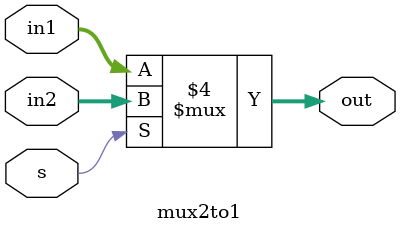
<source format=v>
module mux2to1(in1, in2, s, out);

	input [4:0] in1, in2;
	input s;
	
	output reg [4:0] out;
	
	always @(in1 or in2 or s)
		begin
			if(s == 0)
				out = in1;
			else
				out = in2;
		end
endmodule
		
</source>
